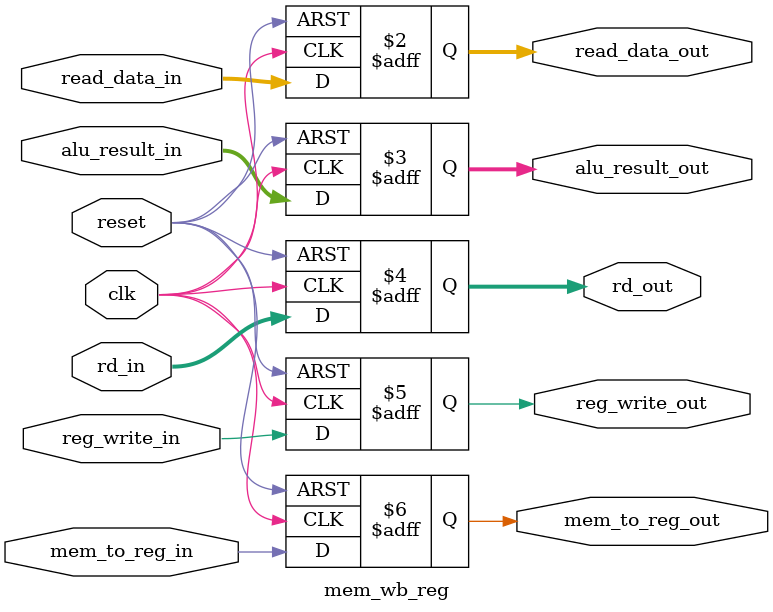
<source format=v>
`timescale 1ns / 1ps
module mem_wb_reg (
    input clk,
    input reset,
    input [15:0] read_data_in,
    input [15:0] alu_result_in,
    input [3:0] rd_in,
    input reg_write_in,
    input mem_to_reg_in,
    output reg [15:0] read_data_out,
    output reg [15:0] alu_result_out,
    output reg [3:0] rd_out,
    output reg reg_write_out,
    output reg mem_to_reg_out
);
    always @(posedge clk or posedge reset) begin
        if (reset) begin
            read_data_out <= 0;
            alu_result_out <= 0;
            rd_out <= 0;
            reg_write_out <= 0;
            mem_to_reg_out <= 0;
        end else begin
            read_data_out <= read_data_in;
            alu_result_out <= alu_result_in;
            rd_out <= rd_in;
            reg_write_out <= reg_write_in;
            mem_to_reg_out <= mem_to_reg_in;
        end
    end
endmodule

</source>
